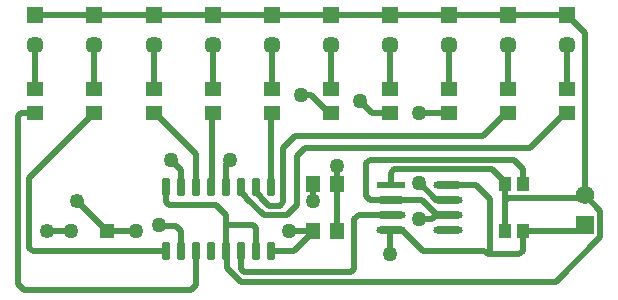
<source format=gtl>
G04*
G04 #@! TF.GenerationSoftware,Altium Limited,Altium Designer,25.1.2 (22)*
G04*
G04 Layer_Physical_Order=1*
G04 Layer_Color=255*
%FSLAX44Y44*%
%MOMM*%
G71*
G04*
G04 #@! TF.SameCoordinates,AD346B73-5CDA-477C-9317-97912F4A6BFF*
G04*
G04*
G04 #@! TF.FilePolarity,Positive*
G04*
G01*
G75*
%ADD14R,1.0000X1.3000*%
G04:AMPARAMS|DCode=15|XSize=2.4692mm|YSize=0.6221mm|CornerRadius=0.3111mm|HoleSize=0mm|Usage=FLASHONLY|Rotation=0.000|XOffset=0mm|YOffset=0mm|HoleType=Round|Shape=RoundedRectangle|*
%AMROUNDEDRECTD15*
21,1,2.4692,0.0000,0,0,0.0*
21,1,1.8470,0.6221,0,0,0.0*
1,1,0.6221,0.9235,0.0000*
1,1,0.6221,-0.9235,0.0000*
1,1,0.6221,-0.9235,0.0000*
1,1,0.6221,0.9235,0.0000*
%
%ADD15ROUNDEDRECTD15*%
%ADD16R,2.4692X0.6221*%
%ADD17R,1.4500X1.2000*%
%ADD18R,1.2000X1.4500*%
G04:AMPARAMS|DCode=19|XSize=0.6mm|YSize=1.45mm|CornerRadius=0.051mm|HoleSize=0mm|Usage=FLASHONLY|Rotation=0.000|XOffset=0mm|YOffset=0mm|HoleType=Round|Shape=RoundedRectangle|*
%AMROUNDEDRECTD19*
21,1,0.6000,1.3480,0,0,0.0*
21,1,0.4980,1.4500,0,0,0.0*
1,1,0.1020,0.2490,-0.6740*
1,1,0.1020,-0.2490,-0.6740*
1,1,0.1020,-0.2490,0.6740*
1,1,0.1020,0.2490,0.6740*
%
%ADD19ROUNDEDRECTD19*%
%ADD24C,1.4500*%
%ADD25R,1.4500X1.4500*%
%ADD26C,1.5700*%
%ADD27R,1.5700X1.5700*%
%ADD28C,1.2500*%
%ADD29R,1.2500X1.2500*%
%ADD31C,0.5000*%
%ADD32C,1.2700*%
D14*
X442500Y100000D02*
D03*
X427500D02*
D03*
X442500Y60000D02*
D03*
X427500D02*
D03*
D15*
X379136Y99050D02*
D03*
Y86350D02*
D03*
Y73650D02*
D03*
Y60950D02*
D03*
X330864D02*
D03*
Y73650D02*
D03*
Y86350D02*
D03*
D16*
Y99050D02*
D03*
D17*
X30000Y180000D02*
D03*
Y160000D02*
D03*
X80000Y180000D02*
D03*
Y160000D02*
D03*
X130000Y180000D02*
D03*
Y160000D02*
D03*
X180000Y180000D02*
D03*
Y160000D02*
D03*
X230000Y180000D02*
D03*
Y160000D02*
D03*
X280000Y180000D02*
D03*
Y160000D02*
D03*
X330000Y180000D02*
D03*
Y160000D02*
D03*
X380000Y180000D02*
D03*
Y160000D02*
D03*
X430000Y180000D02*
D03*
Y160000D02*
D03*
X480000Y180000D02*
D03*
Y160000D02*
D03*
D18*
X285000Y100000D02*
D03*
X265000D02*
D03*
Y60000D02*
D03*
X285000D02*
D03*
D19*
X229450Y97250D02*
D03*
X216750D02*
D03*
X204050D02*
D03*
X191350D02*
D03*
X178650D02*
D03*
X165950D02*
D03*
X153250D02*
D03*
X140550D02*
D03*
X229450Y42750D02*
D03*
X216750D02*
D03*
X204050D02*
D03*
X191350D02*
D03*
X178650D02*
D03*
X165950D02*
D03*
X153250D02*
D03*
X140550D02*
D03*
D24*
X30000Y217300D02*
D03*
X80000D02*
D03*
X130000D02*
D03*
X180000D02*
D03*
X230000D02*
D03*
X280000D02*
D03*
X330000D02*
D03*
X380000D02*
D03*
X430000D02*
D03*
X480000D02*
D03*
D25*
X30000Y242700D02*
D03*
X80000D02*
D03*
X130000D02*
D03*
X180000D02*
D03*
X230000D02*
D03*
X280000D02*
D03*
X330000D02*
D03*
X380000D02*
D03*
X430000D02*
D03*
X480000D02*
D03*
D26*
X495000Y90000D02*
D03*
D27*
Y64600D02*
D03*
D28*
X65000Y85550D02*
D03*
X39600Y60150D02*
D03*
D29*
X90400D02*
D03*
D31*
X442500Y42929D02*
Y60000D01*
X415000Y40000D02*
X439571D01*
X442500Y42929D01*
X330000Y180000D02*
Y217300D01*
X203665Y17000D02*
X470878D01*
X508350Y54472D01*
X191850Y28815D02*
X203665Y17000D01*
X330000Y60386D02*
X330564Y60950D01*
X340099D01*
X330000Y40000D02*
Y60386D01*
X355000Y100150D02*
X355770D01*
X369570Y86350D02*
X379136D01*
X355770Y100150D02*
X369570Y86350D01*
X330864D02*
X357201D01*
X369901Y73650D01*
X312929Y86350D02*
X330864D01*
X415000Y40000D02*
Y87071D01*
X403021Y99050D02*
X415000Y87071D01*
X379136Y99050D02*
X403021D01*
X355000Y70000D02*
X365920D01*
X369570Y73650D01*
X369901D01*
X358120Y42929D02*
X410000D01*
X340099Y60950D02*
X358120Y42929D01*
X410000D02*
X412929Y40000D01*
X145000Y120000D02*
X145000D01*
X153250Y111750D01*
X135934Y64066D02*
X148850D01*
X135000Y65000D02*
X135934Y64066D01*
X148850D02*
X153250Y59666D01*
Y42750D02*
Y59666D01*
X183150Y81850D02*
X191350Y73650D01*
X140550Y84779D02*
Y97250D01*
X143479Y81850D02*
X183150D01*
X140550Y84779D02*
X143479Y81850D01*
X39600Y60150D02*
X39675Y60075D01*
X59925D02*
X60000Y60000D01*
X39675Y60075D02*
X59925D01*
X114925D02*
X115000Y60000D01*
X90475Y60075D02*
X114925D01*
X65000Y85550D02*
X90475Y60075D01*
X265000Y85000D02*
X265000Y85000D01*
X265000Y85000D02*
Y100000D01*
X191350Y65000D02*
X213821D01*
X216750Y62071D01*
Y42750D02*
Y62071D01*
X191350Y65000D02*
Y73650D01*
X495000Y90000D02*
X508350Y76650D01*
Y54472D02*
Y76650D01*
X191850Y28815D02*
Y42250D01*
X191350Y42750D02*
X191850Y42250D01*
X204050Y27929D02*
Y42750D01*
Y27929D02*
X206979Y25000D01*
X297071D01*
X300000Y27929D01*
X285000Y100000D02*
Y115000D01*
X300000Y70000D02*
X303650Y73650D01*
X285000Y60000D02*
Y100000D01*
X310000Y89279D02*
X312929Y86350D01*
X310000Y89279D02*
Y117071D01*
X303650Y73650D02*
X330864D01*
X300000Y27929D02*
Y70000D01*
X245000Y60000D02*
X265000D01*
X27929Y42750D02*
X140550D01*
Y47000D01*
X330864Y109071D02*
X333793Y112000D01*
X257929Y130000D02*
X448750D01*
X330864Y99050D02*
Y109071D01*
X333793Y112000D02*
X417000D01*
X312929Y120000D02*
X435000D01*
X310000Y117071D02*
X312929Y120000D01*
X435000D02*
X442500Y112500D01*
Y100000D02*
Y112500D01*
X417000Y112000D02*
X427500Y101500D01*
Y85000D02*
Y101500D01*
X448750Y130000D02*
X478750Y160000D01*
X250000Y140000D02*
X408750D01*
X428750Y160000D01*
X427500Y85000D02*
X430500Y88000D01*
X427500Y60000D02*
Y85000D01*
X430500Y88000D02*
X493000D01*
X495000Y90000D01*
Y227700D01*
X480000Y242700D02*
X495000Y227700D01*
X191350Y42750D02*
Y65000D01*
X25000Y45679D02*
X27929Y42750D01*
X223200Y73071D02*
X243071D01*
X237071Y81071D02*
X240000Y84000D01*
X251465Y81465D02*
Y123535D01*
X243071Y73071D02*
X251465Y81465D01*
X227900Y81071D02*
X237071D01*
X220935Y88035D02*
X227900Y81071D01*
X240000Y84000D02*
Y130000D01*
X208235Y88035D02*
X223200Y73071D01*
X255000Y175000D02*
X263750D01*
X278750Y160000D01*
X280000D01*
X153250Y97250D02*
Y111750D01*
X305000Y170000D02*
X315000Y160000D01*
X330000D01*
X191350Y116350D02*
X195000Y120000D01*
X191350Y97250D02*
Y116350D01*
X229725Y97525D02*
Y159725D01*
X229450Y97250D02*
X229725Y97525D01*
Y159725D02*
X230000Y160000D01*
X355000D02*
X380000D01*
X179150Y97750D02*
Y159150D01*
X178650Y97250D02*
X179150Y97750D01*
X240000Y130000D02*
X250000Y140000D01*
X230000Y180000D02*
Y217300D01*
X25000Y45679D02*
Y105000D01*
X15000Y15000D02*
X20000Y10000D01*
X162071D01*
X165950Y13879D01*
X15000Y15000D02*
Y157071D01*
X265000Y100000D02*
X265000D01*
X216750Y93000D02*
Y97250D01*
Y93000D02*
X220935Y88815D01*
X251465Y123535D02*
X257929Y130000D01*
X204050Y93000D02*
Y97250D01*
Y93000D02*
X208235Y88815D01*
Y88035D02*
Y88815D01*
X478750Y160000D02*
X480000D01*
X220935Y88035D02*
Y88815D01*
X428750Y160000D02*
X430000D01*
X229450Y42750D02*
X249000D01*
X265000Y58750D01*
Y60000D01*
X280000Y180000D02*
Y217300D01*
X78750Y160000D02*
X80000D01*
X75250Y156500D02*
X78750Y160000D01*
X75250Y155250D02*
Y156500D01*
X25000Y105000D02*
X75250Y155250D01*
X15000Y157071D02*
X17929Y160000D01*
X130000D02*
X131250D01*
X165950Y125300D01*
Y97250D02*
Y125300D01*
X179150Y159150D02*
X180000Y160000D01*
X442500Y60000D02*
X490400D01*
X495000Y64600D01*
X165950Y13879D02*
Y42750D01*
X17929Y160000D02*
X30000D01*
X480000Y180000D02*
Y217300D01*
X430000Y180000D02*
Y217300D01*
X380000Y180000D02*
Y217300D01*
X180000Y180000D02*
Y217300D01*
X130000Y180000D02*
Y217300D01*
X80000Y180000D02*
Y217300D01*
X30000Y180000D02*
Y217300D01*
X430000Y242700D02*
X480000D01*
X380000D02*
X430000D01*
X330000D02*
X380000D01*
X280000D02*
X330000D01*
X230000D02*
X280000D01*
X180000D02*
X230000D01*
X130000D02*
X180000D01*
X80000D02*
X130000D01*
X30000D02*
X80000D01*
D32*
X330000Y40000D02*
D03*
X355000Y100150D02*
D03*
Y70000D02*
D03*
X145000Y120000D02*
D03*
X135000Y65000D02*
D03*
X60000Y60000D02*
D03*
X115000D02*
D03*
X265000Y85000D02*
D03*
X285000Y115000D02*
D03*
X245000Y60000D02*
D03*
X255000Y175000D02*
D03*
X305000Y170000D02*
D03*
X195000Y120000D02*
D03*
X355000Y160000D02*
D03*
M02*

</source>
